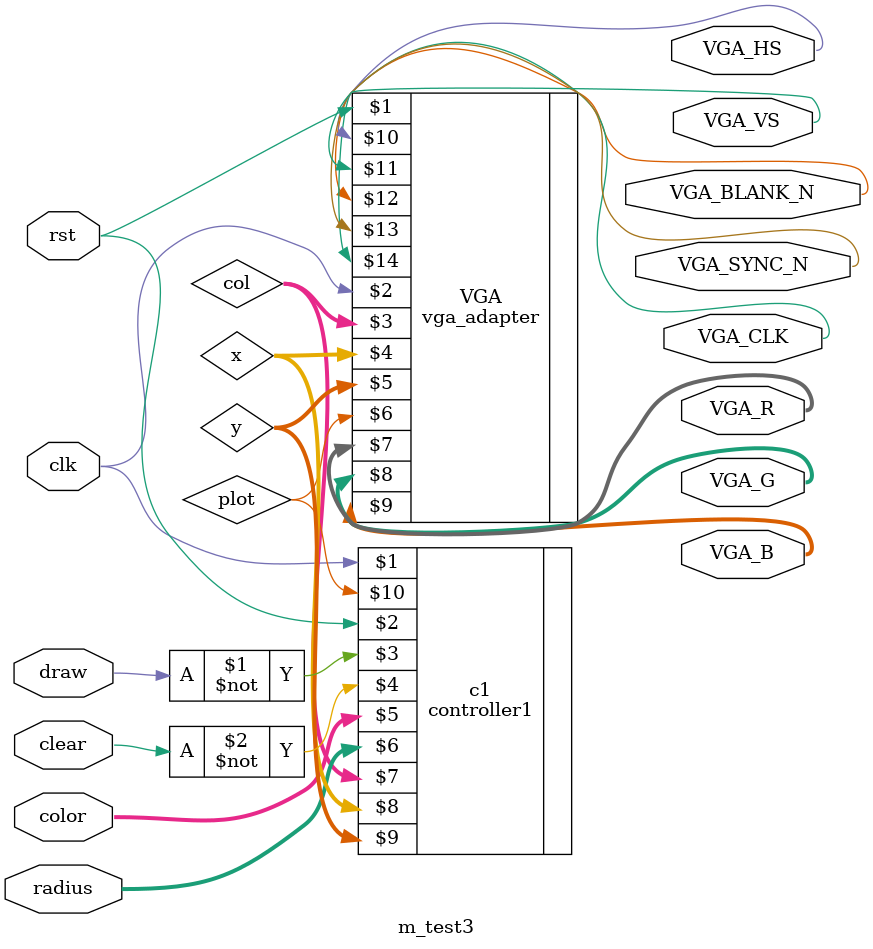
<source format=v>
module m_test3(input clk,
					input rst,
					input draw,
					input clear,
					input [5:0]radius,
					input [2:0]color,
					output[7:0]VGA_R,
					output[7:0]VGA_G,
					output[7:0]VGA_B,
					output VGA_HS,
					output VGA_VS,
					output VGA_BLANK_N,
					output VGA_SYNC_N,
					output VGA_CLK);
					
wire[7:0] x;
wire[6:0] y;
wire plot;
wire[2:0] col;

controller1 c1(
				clk,
				rst,
				~draw,
				~clear,
				color,
				radius,
				col,
				x,
				y,
				plot						
				);
						
vga_adapter VGA(rst,clk,col,x,y,plot,
			VGA_R,
			VGA_G,
			VGA_B,
			VGA_HS,
			VGA_VS,
			VGA_BLANK_N,
			VGA_SYNC_N,
			VGA_CLK);
		defparam VGA.RESOLUTION = "160x120";
		defparam VGA.MONOCHROME = "FALSE";
		defparam VGA.BITS_PER_COLOUR_CHANNEL = 1;
		defparam VGA.USING_DE1 = "TRUE";




endmodule
</source>
